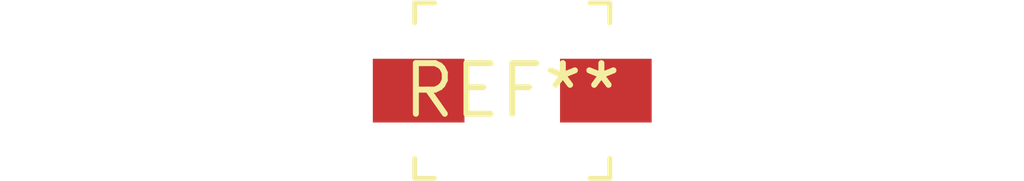
<source format=kicad_pcb>
(kicad_pcb (version 20240108) (generator pcbnew)
  (layers (0 "F.Cu" signal) (31 "B.Cu" signal) (34 "B.Paste" user) (35 "F.Paste" user) (36 "B.SilkS" user "B.Silkscreen") (37 "F.SilkS" user "F.Silkscreen") (38 "B.Mask" user) (39 "F.Mask" user) (44 "Edge.Cuts" user))
  (net 0 "")
  (footprint "C_Trimmer_Murata_TZB4-A" (layer "F.Cu") (at 0 0)
    (property "Reference" "REF**")
    (property "Value" "C_Trimmer_Murata_TZB4-A")
    (fp_line (start -2.45 -2.2) (end -2.45 -1.7) (layer "F.SilkS") (stroke (width 0.12)))
    (fp_line (start -2.45 -2.2) (end -1.95 -2.2) (layer "F.SilkS") (stroke (width 0.12)))
    (fp_line (start -2.45 2.2) (end -2.45 1.7) (layer "F.SilkS") (stroke (width 0.12)))
    (fp_line (start -2.45 2.2) (end -1.95 2.2) (layer "F.SilkS") (stroke (width 0.12)))
    (fp_line (start 2.45 -2.2) (end 1.95 -2.2) (layer "F.SilkS") (stroke (width 0.12)))
    (fp_line (start 2.45 -2.2) (end 2.45 -1.7) (layer "F.SilkS") (stroke (width 0.12)))
    (fp_line (start 2.45 2.2) (end 1.95 2.2) (layer "F.SilkS") (stroke (width 0.12)))
    (fp_line (start 2.45 2.2) (end 2.45 1.7) (layer "F.SilkS") (stroke (width 0.12)))
    (pad "1" smd rect (at -2.35 0) (size 2.3 1.6) (layers "F.Cu" "F.Paste" "F.Mask"))
    (pad "2" smd rect (at 2.35 0) (size 2.3 1.6) (layers "F.Cu" "F.Paste" "F.Mask"))
  )
)
</source>
